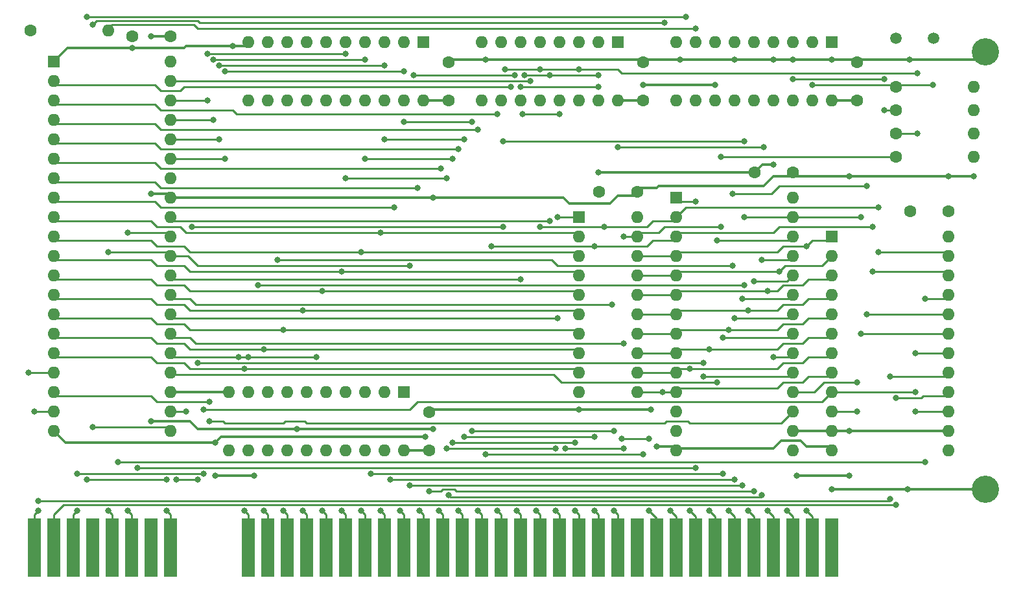
<source format=gbr>
G04 #@! TF.GenerationSoftware,KiCad,Pcbnew,(5.1.8)-1*
G04 #@! TF.CreationDate,2022-12-31T14:51:07-07:00*
G04 #@! TF.ProjectId,8088,38303838-2e6b-4696-9361-645f70636258,rev?*
G04 #@! TF.SameCoordinates,Original*
G04 #@! TF.FileFunction,Copper,L1,Top*
G04 #@! TF.FilePolarity,Positive*
%FSLAX46Y46*%
G04 Gerber Fmt 4.6, Leading zero omitted, Abs format (unit mm)*
G04 Created by KiCad (PCBNEW (5.1.8)-1) date 2022-12-31 14:51:07*
%MOMM*%
%LPD*%
G01*
G04 APERTURE LIST*
G04 #@! TA.AperFunction,ComponentPad*
%ADD10C,1.600000*%
G04 #@! TD*
G04 #@! TA.AperFunction,ComponentPad*
%ADD11C,1.500000*%
G04 #@! TD*
G04 #@! TA.AperFunction,ComponentPad*
%ADD12O,1.600000X1.600000*%
G04 #@! TD*
G04 #@! TA.AperFunction,ComponentPad*
%ADD13R,1.600000X1.600000*%
G04 #@! TD*
G04 #@! TA.AperFunction,ConnectorPad*
%ADD14R,1.780000X7.620000*%
G04 #@! TD*
G04 #@! TA.AperFunction,ComponentPad*
%ADD15C,3.556000*%
G04 #@! TD*
G04 #@! TA.AperFunction,ViaPad*
%ADD16C,0.800000*%
G04 #@! TD*
G04 #@! TA.AperFunction,Conductor*
%ADD17C,0.330200*%
G04 #@! TD*
G04 #@! TA.AperFunction,Conductor*
%ADD18C,0.250000*%
G04 #@! TD*
G04 APERTURE END LIST*
D10*
G04 #@! TO.P,C1,2*
G04 #@! TO.N,/5+*
X75176380Y-62966600D03*
G04 #@! TO.P,C1,1*
G04 #@! TO.N,/GND*
X70176380Y-62966600D03*
G04 #@! TD*
D11*
G04 #@! TO.P,Y1,2*
G04 #@! TO.N,/X1*
X174818380Y-63220600D03*
G04 #@! TO.P,Y1,1*
G04 #@! TO.N,/X2*
X169918380Y-63220600D03*
G04 #@! TD*
D12*
G04 #@! TO.P,U5,16*
G04 #@! TO.N,/5+*
X133596380Y-71348600D03*
G04 #@! TO.P,U5,8*
G04 #@! TO.N,/GND*
X115816380Y-63728600D03*
G04 #@! TO.P,U5,15*
G04 #@! TO.N,/HOLDA*
X131056380Y-71348600D03*
G04 #@! TO.P,U5,7*
G04 #@! TO.N,/IORD*
X118356380Y-63728600D03*
G04 #@! TO.P,U5,14*
G04 #@! TO.N,/PU1*
X128516380Y-71348600D03*
G04 #@! TO.P,U5,6*
G04 #@! TO.N,/RD*
X120896380Y-63728600D03*
G04 #@! TO.P,U5,13*
G04 #@! TO.N,/WR*
X125976380Y-71348600D03*
G04 #@! TO.P,U5,5*
G04 #@! TO.N,/PU1*
X123436380Y-63728600D03*
G04 #@! TO.P,U5,12*
G04 #@! TO.N,/IOWR*
X123436380Y-71348600D03*
G04 #@! TO.P,U5,4*
G04 #@! TO.N,/MRD*
X125976380Y-63728600D03*
G04 #@! TO.P,U5,11*
G04 #@! TO.N,/WR*
X120896380Y-71348600D03*
G04 #@! TO.P,U5,3*
G04 #@! TO.N,/PU1*
X128516380Y-63728600D03*
G04 #@! TO.P,U5,10*
X118356380Y-71348600D03*
G04 #@! TO.P,U5,2*
G04 #@! TO.N,/RD*
X131056380Y-63728600D03*
G04 #@! TO.P,U5,9*
G04 #@! TO.N,/MWR*
X115816380Y-71348600D03*
D13*
G04 #@! TO.P,U5,1*
G04 #@! TO.N,/IO_M*
X133596380Y-63728600D03*
G04 #@! TD*
D12*
G04 #@! TO.P,U8,24*
G04 #@! TO.N,/5+*
X176776380Y-89128600D03*
G04 #@! TO.P,U8,12*
G04 #@! TO.N,/GND*
X161536380Y-117068600D03*
G04 #@! TO.P,U8,23*
G04 #@! TO.N,/IOWR*
X176776380Y-91668600D03*
G04 #@! TO.P,U8,11*
G04 #@! TO.N,/5+*
X161536380Y-114528600D03*
G04 #@! TO.P,U8,22*
G04 #@! TO.N,/IORD*
X176776380Y-94208600D03*
G04 #@! TO.P,U8,10*
G04 #@! TO.N,/IRQ0*
X161536380Y-111988600D03*
G04 #@! TO.P,U8,21*
G04 #@! TO.N,/IO_004X*
X176776380Y-96748600D03*
G04 #@! TO.P,U8,9*
G04 #@! TO.N,/HF_PCLK*
X161536380Y-109448600D03*
G04 #@! TO.P,U8,20*
G04 #@! TO.N,/A1*
X176776380Y-99288600D03*
G04 #@! TO.P,U8,8*
G04 #@! TO.N,/D0*
X161536380Y-106908600D03*
G04 #@! TO.P,U8,19*
G04 #@! TO.N,/A0*
X176776380Y-101828600D03*
G04 #@! TO.P,U8,7*
G04 #@! TO.N,/D1*
X161536380Y-104368600D03*
G04 #@! TO.P,U8,18*
G04 #@! TO.N,/HF_PCLK*
X176776380Y-104368600D03*
G04 #@! TO.P,U8,6*
G04 #@! TO.N,/D2*
X161536380Y-101828600D03*
G04 #@! TO.P,U8,17*
G04 #@! TO.N,/SPK_OUT*
X176776380Y-106908600D03*
G04 #@! TO.P,U8,5*
G04 #@! TO.N,/D3*
X161536380Y-99288600D03*
G04 #@! TO.P,U8,16*
G04 #@! TO.N,/SPK_GO*
X176776380Y-109448600D03*
G04 #@! TO.P,U8,4*
G04 #@! TO.N,/D4*
X161536380Y-96748600D03*
G04 #@! TO.P,U8,15*
G04 #@! TO.N,/HF_PCLK*
X176776380Y-111988600D03*
G04 #@! TO.P,U8,3*
G04 #@! TO.N,/D5*
X161536380Y-94208600D03*
G04 #@! TO.P,U8,14*
G04 #@! TO.N,/5+*
X176776380Y-114528600D03*
G04 #@! TO.P,U8,2*
G04 #@! TO.N,/D6*
X161536380Y-91668600D03*
G04 #@! TO.P,U8,13*
G04 #@! TO.N,Net-(U8-Pad13)*
X176776380Y-117068600D03*
D13*
G04 #@! TO.P,U8,1*
G04 #@! TO.N,/D7*
X161536380Y-89128600D03*
G04 #@! TD*
D12*
G04 #@! TO.P,U7,28*
G04 #@! TO.N,/5+*
X156456380Y-84048600D03*
G04 #@! TO.P,U7,14*
G04 #@! TO.N,/GND*
X141216380Y-117068600D03*
G04 #@! TO.P,U7,27*
G04 #@! TO.N,/A0*
X156456380Y-86588600D03*
G04 #@! TO.P,U7,13*
G04 #@! TO.N,Net-(U7-Pad13)*
X141216380Y-114528600D03*
G04 #@! TO.P,U7,26*
G04 #@! TO.N,/INTA*
X156456380Y-89128600D03*
G04 #@! TO.P,U7,12*
G04 #@! TO.N,Net-(U7-Pad12)*
X141216380Y-111988600D03*
G04 #@! TO.P,U7,25*
G04 #@! TO.N,/IRQ7*
X156456380Y-91668600D03*
G04 #@! TO.P,U7,11*
G04 #@! TO.N,/D0*
X141216380Y-109448600D03*
G04 #@! TO.P,U7,24*
G04 #@! TO.N,/IRQ6*
X156456380Y-94208600D03*
G04 #@! TO.P,U7,10*
G04 #@! TO.N,/D1*
X141216380Y-106908600D03*
G04 #@! TO.P,U7,23*
G04 #@! TO.N,/IRQ5*
X156456380Y-96748600D03*
G04 #@! TO.P,U7,9*
G04 #@! TO.N,/D2*
X141216380Y-104368600D03*
G04 #@! TO.P,U7,22*
G04 #@! TO.N,/IRQ4*
X156456380Y-99288600D03*
G04 #@! TO.P,U7,8*
G04 #@! TO.N,/D3*
X141216380Y-101828600D03*
G04 #@! TO.P,U7,21*
G04 #@! TO.N,/IRQ3*
X156456380Y-101828600D03*
G04 #@! TO.P,U7,7*
G04 #@! TO.N,/D4*
X141216380Y-99288600D03*
G04 #@! TO.P,U7,20*
G04 #@! TO.N,/IRQ2*
X156456380Y-104368600D03*
G04 #@! TO.P,U7,6*
G04 #@! TO.N,/D5*
X141216380Y-96748600D03*
G04 #@! TO.P,U7,19*
G04 #@! TO.N,/IRQ1*
X156456380Y-106908600D03*
G04 #@! TO.P,U7,5*
G04 #@! TO.N,/D6*
X141216380Y-94208600D03*
G04 #@! TO.P,U7,18*
G04 #@! TO.N,/IRQ0*
X156456380Y-109448600D03*
G04 #@! TO.P,U7,4*
G04 #@! TO.N,/D7*
X141216380Y-91668600D03*
G04 #@! TO.P,U7,17*
G04 #@! TO.N,/INTR*
X156456380Y-111988600D03*
G04 #@! TO.P,U7,3*
G04 #@! TO.N,/IORD*
X141216380Y-89128600D03*
G04 #@! TO.P,U7,16*
G04 #@! TO.N,/5+*
X156456380Y-114528600D03*
G04 #@! TO.P,U7,2*
G04 #@! TO.N,/IOWR*
X141216380Y-86588600D03*
G04 #@! TO.P,U7,15*
G04 #@! TO.N,Net-(U7-Pad15)*
X156456380Y-117068600D03*
D13*
G04 #@! TO.P,U7,1*
G04 #@! TO.N,/IO_002X*
X141216380Y-84048600D03*
G04 #@! TD*
D12*
G04 #@! TO.P,U1,40*
G04 #@! TO.N,/5+*
X75176380Y-66268600D03*
G04 #@! TO.P,U1,20*
G04 #@! TO.N,/GND*
X59936380Y-114528600D03*
G04 #@! TO.P,U1,39*
G04 #@! TO.N,/A15*
X75176380Y-68808600D03*
G04 #@! TO.P,U1,19*
G04 #@! TO.N,/CLK_88*
X59936380Y-111988600D03*
G04 #@! TO.P,U1,38*
G04 #@! TO.N,/A16_*
X75176380Y-71348600D03*
G04 #@! TO.P,U1,18*
G04 #@! TO.N,/INTR*
X59936380Y-109448600D03*
G04 #@! TO.P,U1,37*
G04 #@! TO.N,/A17_*
X75176380Y-73888600D03*
G04 #@! TO.P,U1,17*
G04 #@! TO.N,/NMI*
X59936380Y-106908600D03*
G04 #@! TO.P,U1,36*
G04 #@! TO.N,/A18_*
X75176380Y-76428600D03*
G04 #@! TO.P,U1,16*
G04 #@! TO.N,/AD0*
X59936380Y-104368600D03*
G04 #@! TO.P,U1,35*
G04 #@! TO.N,/A19_*
X75176380Y-78968600D03*
G04 #@! TO.P,U1,15*
G04 #@! TO.N,/AD1*
X59936380Y-101828600D03*
G04 #@! TO.P,U1,34*
G04 #@! TO.N,Net-(U1-Pad34)*
X75176380Y-81508600D03*
G04 #@! TO.P,U1,14*
G04 #@! TO.N,/AD2*
X59936380Y-99288600D03*
G04 #@! TO.P,U1,33*
G04 #@! TO.N,/5+*
X75176380Y-84048600D03*
G04 #@! TO.P,U1,13*
G04 #@! TO.N,/AD3*
X59936380Y-96748600D03*
G04 #@! TO.P,U1,32*
G04 #@! TO.N,/RD*
X75176380Y-86588600D03*
G04 #@! TO.P,U1,12*
G04 #@! TO.N,/AD4*
X59936380Y-94208600D03*
G04 #@! TO.P,U1,31*
G04 #@! TO.N,/HOLD*
X75176380Y-89128600D03*
G04 #@! TO.P,U1,11*
G04 #@! TO.N,/AD5*
X59936380Y-91668600D03*
G04 #@! TO.P,U1,30*
G04 #@! TO.N,/HOLDA*
X75176380Y-91668600D03*
G04 #@! TO.P,U1,10*
G04 #@! TO.N,/AD6*
X59936380Y-89128600D03*
G04 #@! TO.P,U1,29*
G04 #@! TO.N,/WR*
X75176380Y-94208600D03*
G04 #@! TO.P,U1,9*
G04 #@! TO.N,/AD7*
X59936380Y-86588600D03*
G04 #@! TO.P,U1,28*
G04 #@! TO.N,/IO_M*
X75176380Y-96748600D03*
G04 #@! TO.P,U1,8*
G04 #@! TO.N,/A8*
X59936380Y-84048600D03*
G04 #@! TO.P,U1,27*
G04 #@! TO.N,/DTR*
X75176380Y-99288600D03*
G04 #@! TO.P,U1,7*
G04 #@! TO.N,/A9*
X59936380Y-81508600D03*
G04 #@! TO.P,U1,26*
G04 #@! TO.N,/DEN*
X75176380Y-101828600D03*
G04 #@! TO.P,U1,6*
G04 #@! TO.N,/A10*
X59936380Y-78968600D03*
G04 #@! TO.P,U1,25*
G04 #@! TO.N,/ALE*
X75176380Y-104368600D03*
G04 #@! TO.P,U1,5*
G04 #@! TO.N,/A11*
X59936380Y-76428600D03*
G04 #@! TO.P,U1,24*
G04 #@! TO.N,/INTA*
X75176380Y-106908600D03*
G04 #@! TO.P,U1,4*
G04 #@! TO.N,/A12*
X59936380Y-73888600D03*
G04 #@! TO.P,U1,23*
G04 #@! TO.N,/GND*
X75176380Y-109448600D03*
G04 #@! TO.P,U1,3*
G04 #@! TO.N,/A13*
X59936380Y-71348600D03*
G04 #@! TO.P,U1,22*
G04 #@! TO.N,/READY1*
X75176380Y-111988600D03*
G04 #@! TO.P,U1,2*
G04 #@! TO.N,/A14*
X59936380Y-68808600D03*
G04 #@! TO.P,U1,21*
G04 #@! TO.N,/RESET1*
X75176380Y-114528600D03*
D13*
G04 #@! TO.P,U1,1*
G04 #@! TO.N,/GND*
X59936380Y-66268600D03*
G04 #@! TD*
D12*
G04 #@! TO.P,U6,18*
G04 #@! TO.N,/5+*
X161536380Y-71348600D03*
G04 #@! TO.P,U6,9*
G04 #@! TO.N,/GND*
X141216380Y-63728600D03*
G04 #@! TO.P,U6,17*
G04 #@! TO.N,/X1*
X158996380Y-71348600D03*
G04 #@! TO.P,U6,8*
G04 #@! TO.N,/CLK1*
X143756380Y-63728600D03*
G04 #@! TO.P,U6,16*
G04 #@! TO.N,/X2*
X156456380Y-71348600D03*
G04 #@! TO.P,U6,7*
G04 #@! TO.N,/5+*
X146296380Y-63728600D03*
G04 #@! TO.P,U6,15*
G04 #@! TO.N,/GND*
X153916380Y-71348600D03*
G04 #@! TO.P,U6,6*
X148836380Y-63728600D03*
G04 #@! TO.P,U6,14*
G04 #@! TO.N,Net-(U6-Pad14)*
X151376380Y-71348600D03*
G04 #@! TO.P,U6,5*
G04 #@! TO.N,/READY1*
X151376380Y-63728600D03*
G04 #@! TO.P,U6,13*
G04 #@! TO.N,/GND*
X148836380Y-71348600D03*
G04 #@! TO.P,U6,4*
G04 #@! TO.N,/RDY1*
X153916380Y-63728600D03*
G04 #@! TO.P,U6,12*
G04 #@! TO.N,Net-(U6-Pad12)*
X146296380Y-71348600D03*
G04 #@! TO.P,U6,3*
G04 #@! TO.N,/GND*
X156456380Y-63728600D03*
G04 #@! TO.P,U6,11*
G04 #@! TO.N,/RESET*
X143756380Y-71348600D03*
G04 #@! TO.P,U6,2*
G04 #@! TO.N,Net-(U6-Pad2)*
X158996380Y-63728600D03*
G04 #@! TO.P,U6,10*
G04 #@! TO.N,/RESET1*
X141216380Y-71348600D03*
D13*
G04 #@! TO.P,U6,1*
G04 #@! TO.N,/GND*
X161536380Y-63728600D03*
G04 #@! TD*
D12*
G04 #@! TO.P,R4,2*
G04 #@! TO.N,/5+*
X180078380Y-75666600D03*
D10*
G04 #@! TO.P,R4,1*
G04 #@! TO.N,/PU1*
X169918380Y-75666600D03*
G04 #@! TD*
D12*
G04 #@! TO.P,R2,2*
G04 #@! TO.N,/GND*
X180078380Y-69570600D03*
D10*
G04 #@! TO.P,R2,1*
G04 #@! TO.N,/X1*
X169918380Y-69570600D03*
G04 #@! TD*
D12*
G04 #@! TO.P,R3,2*
G04 #@! TO.N,/GND*
X180078380Y-72618600D03*
D10*
G04 #@! TO.P,R3,1*
G04 #@! TO.N,/X2*
X169918380Y-72618600D03*
G04 #@! TD*
D12*
G04 #@! TO.P,R1,2*
G04 #@! TO.N,/CLK1*
X67048380Y-62204600D03*
D10*
G04 #@! TO.P,R1,1*
G04 #@! TO.N,/CLK_88*
X56888380Y-62204600D03*
G04 #@! TD*
D12*
G04 #@! TO.P,R5,2*
G04 #@! TO.N,/5+*
X180078380Y-78714600D03*
D10*
G04 #@! TO.P,R5,1*
G04 #@! TO.N,/DEN*
X169918380Y-78714600D03*
G04 #@! TD*
G04 #@! TO.P,C8,2*
G04 #@! TO.N,/5+*
X176776380Y-85826600D03*
G04 #@! TO.P,C8,1*
G04 #@! TO.N,/GND*
X171776380Y-85826600D03*
G04 #@! TD*
G04 #@! TO.P,C7,2*
G04 #@! TO.N,/5+*
X156456380Y-80746600D03*
G04 #@! TO.P,C7,1*
G04 #@! TO.N,/GND*
X151456380Y-80746600D03*
G04 #@! TD*
G04 #@! TO.P,C6,2*
G04 #@! TO.N,/5+*
X164838380Y-71348600D03*
G04 #@! TO.P,C6,1*
G04 #@! TO.N,/GND*
X164838380Y-66348600D03*
G04 #@! TD*
G04 #@! TO.P,C5,2*
G04 #@! TO.N,/5+*
X136898380Y-71348600D03*
G04 #@! TO.P,C5,1*
G04 #@! TO.N,/GND*
X136898380Y-66348600D03*
G04 #@! TD*
D14*
G04 #@! TO.P,J1,9*
G04 #@! TO.N,/SPK_OUT*
X57396380Y-129768600D03*
G04 #@! TO.P,J1,10*
G04 #@! TO.N,/SPK_GO*
X59936380Y-129768600D03*
G04 #@! TO.P,J1,11*
G04 #@! TO.N,/HF_PCLK*
X62476380Y-129768600D03*
G04 #@! TO.P,J1,12*
G04 #@! TO.N,/DRQ0*
X65016380Y-129768600D03*
G04 #@! TO.P,J1,13*
G04 #@! TO.N,/HOLDA*
X67556380Y-129768600D03*
G04 #@! TO.P,J1,14*
G04 #@! TO.N,/HOLD*
X70096380Y-129768600D03*
G04 #@! TO.P,J1,15*
G04 #@! TO.N,/READY*
X72636380Y-129768600D03*
G04 #@! TO.P,J1,16*
G04 #@! TO.N,/RESET*
X75176380Y-129768600D03*
G04 #@! TD*
D12*
G04 #@! TO.P,U4,20*
G04 #@! TO.N,/5+*
X136136380Y-86588600D03*
G04 #@! TO.P,U4,10*
G04 #@! TO.N,/GND*
X128516380Y-109448600D03*
G04 #@! TO.P,U4,19*
G04 #@! TO.N,/DEN*
X136136380Y-89128600D03*
G04 #@! TO.P,U4,9*
G04 #@! TO.N,/AD0*
X128516380Y-106908600D03*
G04 #@! TO.P,U4,18*
G04 #@! TO.N,/D7*
X136136380Y-91668600D03*
G04 #@! TO.P,U4,8*
G04 #@! TO.N,/AD1*
X128516380Y-104368600D03*
G04 #@! TO.P,U4,17*
G04 #@! TO.N,/D6*
X136136380Y-94208600D03*
G04 #@! TO.P,U4,7*
G04 #@! TO.N,/AD2*
X128516380Y-101828600D03*
G04 #@! TO.P,U4,16*
G04 #@! TO.N,/D5*
X136136380Y-96748600D03*
G04 #@! TO.P,U4,6*
G04 #@! TO.N,/AD3*
X128516380Y-99288600D03*
G04 #@! TO.P,U4,15*
G04 #@! TO.N,/D4*
X136136380Y-99288600D03*
G04 #@! TO.P,U4,5*
G04 #@! TO.N,/AD4*
X128516380Y-96748600D03*
G04 #@! TO.P,U4,14*
G04 #@! TO.N,/D3*
X136136380Y-101828600D03*
G04 #@! TO.P,U4,4*
G04 #@! TO.N,/AD5*
X128516380Y-94208600D03*
G04 #@! TO.P,U4,13*
G04 #@! TO.N,/D2*
X136136380Y-104368600D03*
G04 #@! TO.P,U4,3*
G04 #@! TO.N,/AD6*
X128516380Y-91668600D03*
G04 #@! TO.P,U4,12*
G04 #@! TO.N,/D1*
X136136380Y-106908600D03*
G04 #@! TO.P,U4,2*
G04 #@! TO.N,/AD7*
X128516380Y-89128600D03*
G04 #@! TO.P,U4,11*
G04 #@! TO.N,/D0*
X136136380Y-109448600D03*
D13*
G04 #@! TO.P,U4,1*
G04 #@! TO.N,/DTR*
X128516380Y-86588600D03*
G04 #@! TD*
D12*
G04 #@! TO.P,U2,20*
G04 #@! TO.N,/5+*
X108196380Y-71348600D03*
G04 #@! TO.P,U2,10*
G04 #@! TO.N,/GND*
X85336380Y-63728600D03*
G04 #@! TO.P,U2,19*
G04 #@! TO.N,/A19*
X105656380Y-71348600D03*
G04 #@! TO.P,U2,9*
G04 #@! TO.N,Net-(U2-Pad9)*
X87876380Y-63728600D03*
G04 #@! TO.P,U2,18*
G04 #@! TO.N,/A18*
X103116380Y-71348600D03*
G04 #@! TO.P,U2,8*
G04 #@! TO.N,Net-(U2-Pad8)*
X90416380Y-63728600D03*
G04 #@! TO.P,U2,17*
G04 #@! TO.N,/A17*
X100576380Y-71348600D03*
G04 #@! TO.P,U2,7*
G04 #@! TO.N,Net-(U2-Pad7)*
X92956380Y-63728600D03*
G04 #@! TO.P,U2,16*
G04 #@! TO.N,/A16*
X98036380Y-71348600D03*
G04 #@! TO.P,U2,6*
G04 #@! TO.N,Net-(U2-Pad6)*
X95496380Y-63728600D03*
G04 #@! TO.P,U2,15*
G04 #@! TO.N,Net-(U2-Pad15)*
X95496380Y-71348600D03*
G04 #@! TO.P,U2,5*
G04 #@! TO.N,/A16_*
X98036380Y-63728600D03*
G04 #@! TO.P,U2,14*
G04 #@! TO.N,Net-(U2-Pad14)*
X92956380Y-71348600D03*
G04 #@! TO.P,U2,4*
G04 #@! TO.N,/A17_*
X100576380Y-63728600D03*
G04 #@! TO.P,U2,13*
G04 #@! TO.N,Net-(U2-Pad13)*
X90416380Y-71348600D03*
G04 #@! TO.P,U2,3*
G04 #@! TO.N,/A18_*
X103116380Y-63728600D03*
G04 #@! TO.P,U2,12*
G04 #@! TO.N,Net-(U2-Pad12)*
X87876380Y-71348600D03*
G04 #@! TO.P,U2,2*
G04 #@! TO.N,/A19_*
X105656380Y-63728600D03*
G04 #@! TO.P,U2,11*
G04 #@! TO.N,/ALE*
X85336380Y-71348600D03*
D13*
G04 #@! TO.P,U2,1*
G04 #@! TO.N,/HOLDA*
X108196380Y-63728600D03*
G04 #@! TD*
D12*
G04 #@! TO.P,U3,20*
G04 #@! TO.N,/5+*
X105656380Y-117068600D03*
G04 #@! TO.P,U3,10*
G04 #@! TO.N,/GND*
X82796380Y-109448600D03*
G04 #@! TO.P,U3,19*
G04 #@! TO.N,/A7*
X103116380Y-117068600D03*
G04 #@! TO.P,U3,9*
G04 #@! TO.N,/AD0*
X85336380Y-109448600D03*
G04 #@! TO.P,U3,18*
G04 #@! TO.N,/A6*
X100576380Y-117068600D03*
G04 #@! TO.P,U3,8*
G04 #@! TO.N,/AD1*
X87876380Y-109448600D03*
G04 #@! TO.P,U3,17*
G04 #@! TO.N,/A5*
X98036380Y-117068600D03*
G04 #@! TO.P,U3,7*
G04 #@! TO.N,/AD2*
X90416380Y-109448600D03*
G04 #@! TO.P,U3,16*
G04 #@! TO.N,/A4*
X95496380Y-117068600D03*
G04 #@! TO.P,U3,6*
G04 #@! TO.N,/AD3*
X92956380Y-109448600D03*
G04 #@! TO.P,U3,15*
G04 #@! TO.N,/A3*
X92956380Y-117068600D03*
G04 #@! TO.P,U3,5*
G04 #@! TO.N,/AD4*
X95496380Y-109448600D03*
G04 #@! TO.P,U3,14*
G04 #@! TO.N,/A2*
X90416380Y-117068600D03*
G04 #@! TO.P,U3,4*
G04 #@! TO.N,/AD5*
X98036380Y-109448600D03*
G04 #@! TO.P,U3,13*
G04 #@! TO.N,/A1*
X87876380Y-117068600D03*
G04 #@! TO.P,U3,3*
G04 #@! TO.N,/AD6*
X100576380Y-109448600D03*
G04 #@! TO.P,U3,12*
G04 #@! TO.N,/A0*
X85336380Y-117068600D03*
G04 #@! TO.P,U3,2*
G04 #@! TO.N,/AD7*
X103116380Y-109448600D03*
G04 #@! TO.P,U3,11*
G04 #@! TO.N,/ALE*
X82796380Y-117068600D03*
D13*
G04 #@! TO.P,U3,1*
G04 #@! TO.N,/HOLDA*
X105656380Y-109448600D03*
G04 #@! TD*
D10*
G04 #@! TO.P,C4,2*
G04 #@! TO.N,/5+*
X136136380Y-83286600D03*
G04 #@! TO.P,C4,1*
G04 #@! TO.N,/GND*
X131136380Y-83286600D03*
G04 #@! TD*
G04 #@! TO.P,C3,2*
G04 #@! TO.N,/5+*
X108958380Y-117068600D03*
G04 #@! TO.P,C3,1*
G04 #@! TO.N,/GND*
X108958380Y-112068600D03*
G04 #@! TD*
G04 #@! TO.P,C2,2*
G04 #@! TO.N,/5+*
X111498380Y-71348600D03*
G04 #@! TO.P,C2,1*
G04 #@! TO.N,/GND*
X111498380Y-66348600D03*
G04 #@! TD*
D14*
G04 #@! TO.P,J9,62*
G04 #@! TO.N,/A0*
X85336380Y-129768600D03*
G04 #@! TO.P,J9,61*
G04 #@! TO.N,/A1*
X87876380Y-129768600D03*
G04 #@! TO.P,J9,60*
G04 #@! TO.N,/A2*
X90416380Y-129768600D03*
G04 #@! TO.P,J9,59*
G04 #@! TO.N,/A3*
X92956380Y-129768600D03*
G04 #@! TO.P,J9,58*
G04 #@! TO.N,/A4*
X95496380Y-129768600D03*
G04 #@! TO.P,J9,57*
G04 #@! TO.N,/A5*
X98036380Y-129768600D03*
G04 #@! TO.P,J9,56*
G04 #@! TO.N,/A6*
X100576380Y-129768600D03*
G04 #@! TO.P,J9,55*
G04 #@! TO.N,/A7*
X103116380Y-129768600D03*
G04 #@! TO.P,J9,54*
G04 #@! TO.N,/A8*
X105656380Y-129768600D03*
G04 #@! TO.P,J9,53*
G04 #@! TO.N,/A9*
X108196380Y-129768600D03*
G04 #@! TO.P,J9,52*
G04 #@! TO.N,/A10*
X110736380Y-129768600D03*
G04 #@! TO.P,J9,51*
G04 #@! TO.N,/A11*
X113276380Y-129768600D03*
G04 #@! TO.P,J9,50*
G04 #@! TO.N,/A12*
X115816380Y-129768600D03*
G04 #@! TO.P,J9,49*
G04 #@! TO.N,/A13*
X118356380Y-129768600D03*
G04 #@! TO.P,J9,48*
G04 #@! TO.N,/A14*
X120896380Y-129768600D03*
G04 #@! TO.P,J9,47*
G04 #@! TO.N,/A15*
X123436380Y-129768600D03*
G04 #@! TO.P,J9,46*
G04 #@! TO.N,/A16*
X125976380Y-129768600D03*
G04 #@! TO.P,J9,45*
G04 #@! TO.N,/A17*
X128516380Y-129768600D03*
G04 #@! TO.P,J9,44*
G04 #@! TO.N,/A18*
X131056380Y-129768600D03*
G04 #@! TO.P,J9,43*
G04 #@! TO.N,/A19*
X133596380Y-129768600D03*
G04 #@! TO.P,J9,42*
G04 #@! TO.N,/AEN*
X136136380Y-129768600D03*
G04 #@! TO.P,J9,41*
G04 #@! TO.N,/RDY1*
X138676380Y-129768600D03*
G04 #@! TO.P,J9,40*
G04 #@! TO.N,/D0*
X141216380Y-129768600D03*
G04 #@! TO.P,J9,39*
G04 #@! TO.N,/D1*
X143756380Y-129768600D03*
G04 #@! TO.P,J9,38*
G04 #@! TO.N,/D2*
X146296380Y-129768600D03*
G04 #@! TO.P,J9,37*
G04 #@! TO.N,/D3*
X148836380Y-129768600D03*
G04 #@! TO.P,J9,36*
G04 #@! TO.N,/D4*
X151376380Y-129768600D03*
G04 #@! TO.P,J9,35*
G04 #@! TO.N,/D5*
X153916380Y-129768600D03*
G04 #@! TO.P,J9,34*
G04 #@! TO.N,/D6*
X156456380Y-129768600D03*
G04 #@! TO.P,J9,33*
G04 #@! TO.N,/D7*
X158996380Y-129768600D03*
G04 #@! TO.P,J9,32*
G04 #@! TO.N,/CH_CK*
X161536380Y-129768600D03*
G04 #@! TD*
D15*
G04 #@! TO.P,R,1*
G04 #@! TO.N,/GND*
X181602380Y-122148600D03*
G04 #@! TD*
G04 #@! TO.P,R,1*
G04 #@! TO.N,/GND*
X181602380Y-64998600D03*
G04 #@! TD*
D16*
G04 #@! TO.N,/5+*
X156964380Y-120370600D03*
X163822380Y-120370600D03*
X163822380Y-114528600D03*
X72636380Y-83540600D03*
X72636380Y-62966600D03*
X176776380Y-81254600D03*
X109466380Y-84048600D03*
X72636380Y-113258600D03*
X109466380Y-114274596D03*
X163822380Y-81254600D03*
X146296380Y-69316600D03*
X136898380Y-69316600D03*
X180078380Y-81254600D03*
X91686384Y-114274596D03*
G04 #@! TO.N,/GND*
X161536380Y-122148600D03*
X108450380Y-115290600D03*
X83304380Y-64236600D03*
X70176380Y-64490600D03*
X161536380Y-66014600D03*
X156456380Y-66014600D03*
X153916380Y-66014600D03*
X148836380Y-66014600D03*
X141724380Y-66014600D03*
X116324380Y-66014600D03*
X128516380Y-111734600D03*
X137914380Y-111734600D03*
X171696380Y-66014600D03*
X171442380Y-122148600D03*
X153916380Y-79730600D03*
X131056380Y-80746600D03*
X138676380Y-116560600D03*
X81018380Y-116052600D03*
X86098380Y-120370600D03*
X81018380Y-120370600D03*
G04 #@! TO.N,/IRQ2*
X153916380Y-104876600D03*
G04 #@! TO.N,/IRQ7*
X152392380Y-92176600D03*
X111498380Y-122910600D03*
X152392380Y-122910600D03*
G04 #@! TO.N,/IRQ6*
X108958380Y-122402600D03*
X151376380Y-94970600D03*
X151376380Y-122402600D03*
G04 #@! TO.N,/IRQ5*
X106418380Y-121640600D03*
X149852380Y-121640600D03*
X149852380Y-97256600D03*
G04 #@! TO.N,/IRQ4*
X103878380Y-120878600D03*
X148836380Y-120878600D03*
X148836380Y-99796600D03*
G04 #@! TO.N,/IRQ3*
X101338380Y-120116600D03*
X147312380Y-120116600D03*
X147312380Y-102336600D03*
G04 #@! TO.N,/ALE*
X84066380Y-104876600D03*
X85336380Y-104876600D03*
X94226380Y-104876600D03*
G04 #@! TO.N,/D7*
X158234380Y-124942600D03*
X158234380Y-90398600D03*
G04 #@! TO.N,/D6*
X155694380Y-124942600D03*
X154678380Y-93700600D03*
G04 #@! TO.N,/D5*
X153154380Y-124942600D03*
X153154380Y-96240600D03*
G04 #@! TO.N,/D4*
X150614380Y-124942600D03*
X150614380Y-98780600D03*
G04 #@! TO.N,/D3*
X148074380Y-124942600D03*
X148074380Y-101320600D03*
G04 #@! TO.N,/D2*
X145534380Y-124942600D03*
X145534380Y-103860600D03*
G04 #@! TO.N,/D1*
X142994380Y-124942600D03*
X142994380Y-106400600D03*
G04 #@! TO.N,/D0*
X140454380Y-124942600D03*
X139438380Y-109448600D03*
G04 #@! TO.N,/RDY1*
X152646380Y-77444600D03*
X133596380Y-77444600D03*
X134104380Y-115544600D03*
X137660380Y-115544600D03*
X137660380Y-124942600D03*
G04 #@! TO.N,/A19*
X133088380Y-124942600D03*
X133088380Y-114528600D03*
X114546380Y-114528600D03*
X114546380Y-74142600D03*
X105656380Y-74142600D03*
G04 #@! TO.N,/A18*
X130548380Y-124942600D03*
X130548380Y-115290600D03*
X103116380Y-76428600D03*
X113530380Y-76428600D03*
X113530380Y-115290600D03*
G04 #@! TO.N,/A17*
X128008380Y-124942600D03*
X128008380Y-116052600D03*
X100576380Y-78968600D03*
X112006380Y-78968600D03*
X112006380Y-116052600D03*
G04 #@! TO.N,/A16*
X125468380Y-124942600D03*
X125468380Y-116814600D03*
X111244380Y-116814600D03*
X98036388Y-81508600D03*
X111244380Y-81508600D03*
G04 #@! TO.N,/A15*
X122928380Y-124942600D03*
X122166380Y-68808600D03*
G04 #@! TO.N,/A14*
X120388380Y-124942600D03*
X119626380Y-69570600D03*
G04 #@! TO.N,/A13*
X117848380Y-124942600D03*
X117848380Y-73126600D03*
G04 #@! TO.N,/A12*
X115308380Y-124942600D03*
X115308380Y-75158600D03*
G04 #@! TO.N,/A11*
X112768380Y-124942600D03*
X112768380Y-77698600D03*
G04 #@! TO.N,/A10*
X110228380Y-124942600D03*
X110482380Y-80238600D03*
G04 #@! TO.N,/A9*
X107688380Y-124942600D03*
X107434380Y-82778600D03*
G04 #@! TO.N,/A8*
X105148380Y-124942600D03*
X104386380Y-85318600D03*
G04 #@! TO.N,/A7*
X102608380Y-124942600D03*
G04 #@! TO.N,/A6*
X100068380Y-124942600D03*
G04 #@! TO.N,/A5*
X97528380Y-124942600D03*
G04 #@! TO.N,/A4*
X94988380Y-124942600D03*
G04 #@! TO.N,/A3*
X92448380Y-124942600D03*
G04 #@! TO.N,/A2*
X89908380Y-124942600D03*
G04 #@! TO.N,/A1*
X87368380Y-124942600D03*
X89146380Y-92176600D03*
X148582380Y-92938600D03*
X148582380Y-83540600D03*
X166108380Y-82524600D03*
X166108380Y-99288600D03*
G04 #@! TO.N,/A0*
X84828380Y-124942600D03*
X86606380Y-95478600D03*
X150106380Y-86588600D03*
X150106380Y-95478600D03*
X165346380Y-86588600D03*
X165346380Y-101828600D03*
G04 #@! TO.N,/MWR*
X136898380Y-117576602D03*
X116324380Y-117576600D03*
G04 #@! TO.N,/MRD*
X126738380Y-116814600D03*
X134358382Y-116814600D03*
G04 #@! TO.N,/IOWR*
X123436380Y-87858600D03*
X131818380Y-87858600D03*
X167632380Y-85318590D03*
X167595381Y-91123601D03*
G04 #@! TO.N,/IORD*
X117086380Y-90398600D03*
X130548380Y-90398600D03*
X166870380Y-87858600D03*
X166870380Y-93700600D03*
G04 #@! TO.N,/AD0*
X84828380Y-106400600D03*
G04 #@! TO.N,/AD2*
X89908380Y-101320600D03*
G04 #@! TO.N,/AD4*
X94988380Y-96240600D03*
G04 #@! TO.N,/AD6*
X100068380Y-91160600D03*
G04 #@! TO.N,/AD1*
X87368380Y-103860600D03*
G04 #@! TO.N,/AD3*
X92448380Y-98780600D03*
G04 #@! TO.N,/AD5*
X97528380Y-93700600D03*
G04 #@! TO.N,/AD7*
X102608380Y-88620600D03*
G04 #@! TO.N,/A16_*
X98036380Y-65252600D03*
X80002380Y-65252600D03*
X80002380Y-71348600D03*
G04 #@! TO.N,/A18_*
X103116380Y-66776600D03*
X81526380Y-66776600D03*
X81526380Y-76428600D03*
G04 #@! TO.N,/A17_*
X100576380Y-66014600D03*
X80764380Y-66014600D03*
X80764380Y-73888600D03*
G04 #@! TO.N,/A19_*
X105656380Y-67538600D03*
X82288380Y-67538600D03*
X82288380Y-78968600D03*
G04 #@! TO.N,/SPK_OUT*
X57904380Y-124942600D03*
X57904368Y-123672600D03*
X169156380Y-123418600D03*
X169156380Y-107416600D03*
G04 #@! TO.N,/SPK_GO*
X169918380Y-124180600D03*
X169918380Y-110210600D03*
G04 #@! TO.N,/HF_PCLK*
X172458380Y-109448600D03*
X172458380Y-104368600D03*
X172458380Y-111988600D03*
X62984380Y-124942600D03*
X79494380Y-111734600D03*
X79494372Y-120116600D03*
X62984380Y-120116600D03*
G04 #@! TO.N,/HOLDA*
X67048380Y-124942600D03*
X67048380Y-91160600D03*
X106418380Y-92938600D03*
X106926380Y-68046600D03*
X120896380Y-69570600D03*
X120134380Y-68046600D03*
X131056380Y-69570600D03*
G04 #@! TO.N,/HOLD*
X69588380Y-124942600D03*
X69588380Y-88620600D03*
G04 #@! TO.N,/RESET*
X74668380Y-124942600D03*
X142486380Y-60426600D03*
X64254380Y-60426600D03*
X64254380Y-120878600D03*
X74668380Y-120878600D03*
G04 #@! TO.N,/NMI*
X56634380Y-106908600D03*
G04 #@! TO.N,/IO_004X*
X68318380Y-118592600D03*
X173728380Y-118592600D03*
X173728380Y-97256600D03*
G04 #@! TO.N,/IO_002X*
X143756380Y-119354600D03*
X143756380Y-84556600D03*
X70858380Y-119354600D03*
G04 #@! TO.N,/IRQ1*
X75938380Y-120878600D03*
X78732380Y-120878600D03*
X144772380Y-107416600D03*
X144772380Y-105638600D03*
X78732380Y-105638600D03*
G04 #@! TO.N,/DEN*
X134358380Y-103098600D03*
X134358380Y-89128600D03*
X147058380Y-87858600D03*
X147058380Y-78714600D03*
G04 #@! TO.N,/X1*
X158996380Y-69316600D03*
X174744380Y-69316600D03*
G04 #@! TO.N,/DTR*
X125722380Y-86588600D03*
X125722380Y-99796600D03*
G04 #@! TO.N,/X2*
X156456380Y-68554600D03*
X168394380Y-68554600D03*
X168394380Y-72618600D03*
G04 #@! TO.N,/CLK1*
X143756380Y-61950600D03*
G04 #@! TO.N,/CLK_88*
X57396380Y-111988600D03*
G04 #@! TO.N,/PU1*
X123436380Y-67284600D03*
X128516380Y-67284600D03*
X118864380Y-67284600D03*
X172712380Y-67792600D03*
X172712380Y-75666600D03*
G04 #@! TO.N,/READY1*
X150106380Y-76682600D03*
X118610380Y-76682600D03*
X118610380Y-87858600D03*
X77208380Y-111988600D03*
X77970380Y-87858600D03*
G04 #@! TO.N,/RESET1*
X139692380Y-61188600D03*
X65016380Y-61442600D03*
X65016380Y-114020600D03*
G04 #@! TO.N,/INTR*
X80256380Y-110718600D03*
X80256380Y-113258600D03*
G04 #@! TO.N,/RD*
X131056380Y-68046600D03*
X124706380Y-68046600D03*
X124706380Y-87096600D03*
X121404380Y-68046600D03*
G04 #@! TO.N,/WR*
X120896380Y-94716600D03*
X125976380Y-73126600D03*
X121150380Y-73126600D03*
G04 #@! TO.N,/IO_M*
X132834380Y-98018600D03*
G04 #@! TO.N,/INTA*
X146550380Y-108178600D03*
X146550380Y-89636600D03*
G04 #@! TO.N,/IRQ0*
X164838380Y-111988600D03*
X164838374Y-108178600D03*
G04 #@! TD*
D17*
G04 #@! TO.N,/5+*
X156964380Y-120370600D02*
X163822380Y-120370600D01*
X163822380Y-120370600D02*
X163822380Y-120370600D01*
X156456380Y-114528600D02*
X161536380Y-114528600D01*
X161536380Y-114528600D02*
X163822380Y-114528600D01*
X163822380Y-114528600D02*
X176776380Y-114528600D01*
X75176380Y-84048600D02*
X74668380Y-83540600D01*
X74668380Y-83540600D02*
X72636380Y-83540600D01*
X72636380Y-83540600D02*
X72636380Y-83540600D01*
X72636380Y-62966600D02*
X75176380Y-62966600D01*
X75176380Y-84048600D02*
X109466380Y-84048600D01*
X126484380Y-84048600D02*
X127246380Y-84810600D01*
X127246380Y-84810600D02*
X132580380Y-84810600D01*
X132580380Y-84810600D02*
X133596380Y-83794600D01*
X135628380Y-83794600D02*
X136136380Y-83286600D01*
X133596380Y-83794600D02*
X135628380Y-83794600D01*
X156456380Y-80746600D02*
X156964380Y-81254600D01*
X156964380Y-81254600D02*
X157726380Y-81254600D01*
X157726380Y-81254600D02*
X176776380Y-81254600D01*
X164838380Y-71348600D02*
X161536380Y-71348600D01*
X155948380Y-81254600D02*
X156456380Y-80746600D01*
X153916380Y-81254600D02*
X155948380Y-81254600D01*
X152646380Y-82524600D02*
X153916380Y-81254600D01*
X138930380Y-82524600D02*
X152646380Y-82524600D01*
X138676380Y-82778600D02*
X138930380Y-82524600D01*
X136644380Y-82778600D02*
X136136380Y-83286600D01*
X138676380Y-82778600D02*
X136644380Y-82778600D01*
X136898380Y-71348600D02*
X133596380Y-71348600D01*
X109466380Y-84048600D02*
X126484380Y-84048600D01*
X111498380Y-71348600D02*
X108196380Y-71348600D01*
X108958380Y-117068600D02*
X105656380Y-117068600D01*
X109466380Y-114274596D02*
X91686384Y-114274596D01*
X146296380Y-69316600D02*
X136898380Y-69316600D01*
X136898380Y-69316600D02*
X136898380Y-69316600D01*
X176776380Y-81254600D02*
X180078380Y-81254600D01*
X72636380Y-113258600D02*
X77716380Y-113258600D01*
X77716380Y-113258600D02*
X78732380Y-114274600D01*
X78732380Y-114274600D02*
X91686380Y-114274600D01*
X91686384Y-114274596D02*
X91686384Y-114274596D01*
G04 #@! TO.N,/GND*
X181602380Y-122148600D02*
X161536380Y-122148600D01*
X75176380Y-109448600D02*
X82796380Y-109448600D01*
X81780380Y-115290600D02*
X82288380Y-115290600D01*
X81018380Y-116052600D02*
X81780380Y-115290600D01*
X61460380Y-116052600D02*
X81018380Y-116052600D01*
X59936380Y-114528600D02*
X61460380Y-116052600D01*
X82288380Y-115290600D02*
X108450380Y-115290600D01*
X84828380Y-64236600D02*
X85336380Y-63728600D01*
X83304380Y-64236600D02*
X84828380Y-64236600D01*
X76954380Y-64490600D02*
X70176380Y-64490600D01*
X77208380Y-64236600D02*
X76954380Y-64490600D01*
X83304380Y-64236600D02*
X77208380Y-64236600D01*
X70176380Y-64490600D02*
X70176380Y-64490600D01*
X61714380Y-64490600D02*
X59936380Y-66268600D01*
X70176380Y-64490600D02*
X61714380Y-64490600D01*
X111498380Y-66348600D02*
X111498380Y-66268600D01*
X111498380Y-66268600D02*
X111752380Y-66014600D01*
X136564380Y-66014600D02*
X136898380Y-66348600D01*
X111752380Y-66014600D02*
X116324380Y-66014600D01*
X136898380Y-66348600D02*
X136898380Y-66268600D01*
X136898380Y-66268600D02*
X137152380Y-66014600D01*
X164504380Y-66014600D02*
X164838380Y-66348600D01*
X137152380Y-66014600D02*
X141724380Y-66014600D01*
X161536380Y-66014600D02*
X164504380Y-66014600D01*
X156456380Y-66014600D02*
X161536380Y-66014600D01*
X153916380Y-66014600D02*
X156456380Y-66014600D01*
X148836380Y-66014600D02*
X153916380Y-66014600D01*
X141724380Y-66014600D02*
X148836380Y-66014600D01*
X116324380Y-66014600D02*
X136564380Y-66014600D01*
X108958380Y-112068600D02*
X109292380Y-111734600D01*
X109292380Y-111734600D02*
X128516380Y-111734600D01*
X128516380Y-111734600D02*
X137914380Y-111734600D01*
X128516380Y-111734600D02*
X128516380Y-111734600D01*
X137914380Y-111734600D02*
X137914380Y-111734600D01*
X141470380Y-116814600D02*
X141216380Y-117068600D01*
X154932380Y-115798600D02*
X153916380Y-116814600D01*
X153916380Y-116814600D02*
X141470380Y-116814600D01*
X158234380Y-116560600D02*
X157472380Y-115798600D01*
X157472380Y-115798600D02*
X154932380Y-115798600D01*
X161028380Y-116560600D02*
X158234380Y-116560600D01*
X161536380Y-117068600D02*
X161028380Y-116560600D01*
X180586380Y-66014600D02*
X181602380Y-64998600D01*
X165172380Y-66014600D02*
X171696380Y-66014600D01*
X164838380Y-66348600D02*
X165172380Y-66014600D01*
X171696380Y-66014600D02*
X180586380Y-66014600D01*
X152472380Y-79730600D02*
X151456380Y-80746600D01*
X153916380Y-79730600D02*
X152472380Y-79730600D01*
X151456380Y-80746600D02*
X131056380Y-80746600D01*
X131056380Y-80746600D02*
X131056380Y-80746600D01*
X140708380Y-116560600D02*
X138676380Y-116560600D01*
X141216380Y-117068600D02*
X140708380Y-116560600D01*
X86098380Y-120370600D02*
X81018380Y-120370600D01*
X81018380Y-120370600D02*
X81018380Y-120370600D01*
D18*
G04 #@! TO.N,/IRQ2*
X155948380Y-104876600D02*
X156456380Y-104368600D01*
X153916380Y-104876600D02*
X155948380Y-104876600D01*
G04 #@! TO.N,/IRQ7*
X155948380Y-92176600D02*
X152392380Y-92176600D01*
X156456380Y-91668600D02*
X155948380Y-92176600D01*
X146042380Y-123164600D02*
X111752380Y-123164600D01*
X111752380Y-123164600D02*
X111498380Y-122910600D01*
X142740380Y-123164600D02*
X152138380Y-123164600D01*
X152138380Y-123164600D02*
X152392380Y-122910600D01*
G04 #@! TO.N,/IRQ6*
X156456380Y-94208600D02*
X155948380Y-94716600D01*
X155948380Y-94716600D02*
X155694380Y-94970600D01*
X155694380Y-94970600D02*
X151376380Y-94970600D01*
X151376380Y-122402600D02*
X145026380Y-122402600D01*
X145026380Y-122402600D02*
X145788380Y-122402600D01*
X112514380Y-122402600D02*
X145026380Y-122402600D01*
X112260380Y-122148600D02*
X112514380Y-122402600D01*
X110736380Y-122148600D02*
X112260380Y-122148600D01*
X110482380Y-122402600D02*
X110736380Y-122148600D01*
X108958380Y-122402600D02*
X110482380Y-122402600D01*
G04 #@! TO.N,/IRQ5*
X106418380Y-121640600D02*
X145026380Y-121640600D01*
X145026380Y-121640600D02*
X149852380Y-121640600D01*
X149852380Y-121640600D02*
X149852380Y-121640600D01*
X155948380Y-97256600D02*
X149852380Y-97256600D01*
X156456380Y-96748600D02*
X155948380Y-97256600D01*
G04 #@! TO.N,/IRQ4*
X103878380Y-120878600D02*
X146804380Y-120878600D01*
X146804380Y-120878600D02*
X148836380Y-120878600D01*
X148836380Y-120878600D02*
X148836380Y-120878600D01*
X155948380Y-99796600D02*
X156456380Y-99288600D01*
X148836380Y-99796600D02*
X155948380Y-99796600D01*
G04 #@! TO.N,/IRQ3*
X101338380Y-120116600D02*
X143502380Y-120116600D01*
X143502380Y-120116600D02*
X147312380Y-120116600D01*
X147312380Y-120116600D02*
X147312380Y-120116600D01*
X155948380Y-102336600D02*
X156456380Y-101828600D01*
X147312380Y-102336600D02*
X155948380Y-102336600D01*
G04 #@! TO.N,/ALE*
X75684380Y-104876600D02*
X84066380Y-104876600D01*
X75176380Y-104368600D02*
X75684380Y-104876600D01*
X94226380Y-104876600D02*
X85336380Y-104876600D01*
X84066380Y-104876600D02*
X85336380Y-104876600D01*
G04 #@! TO.N,/D7*
X158234380Y-124942600D02*
X158234380Y-124942600D01*
X158996380Y-125704600D02*
X158234380Y-124942600D01*
X158996380Y-129768600D02*
X158996380Y-125704600D01*
X141216380Y-91668600D02*
X136136380Y-91668600D01*
X141724380Y-91160600D02*
X141216380Y-91668600D01*
X154424380Y-91160600D02*
X141724380Y-91160600D01*
X155186380Y-90398600D02*
X154424380Y-91160600D01*
X158234380Y-90398600D02*
X155186380Y-90398600D01*
X158996380Y-89636600D02*
X158234380Y-90398600D01*
X161028380Y-89636600D02*
X158996380Y-89636600D01*
X161536380Y-89128600D02*
X161028380Y-89636600D01*
G04 #@! TO.N,/D6*
X156456380Y-125704600D02*
X155694380Y-124942600D01*
X156456380Y-129768600D02*
X156456380Y-125704600D01*
X155694380Y-124942600D02*
X155694380Y-124942600D01*
X136136380Y-94208600D02*
X141216380Y-94208600D01*
X155440380Y-92938600D02*
X154678380Y-93700600D01*
X160266380Y-92938600D02*
X155440380Y-92938600D01*
X161536380Y-91668600D02*
X160266380Y-92938600D01*
X141724380Y-93700600D02*
X154678380Y-93700600D01*
X141216380Y-94208600D02*
X141724380Y-93700600D01*
G04 #@! TO.N,/D5*
X153154380Y-124942600D02*
X153154380Y-124942600D01*
X153916380Y-129768600D02*
X153916380Y-125704600D01*
X153916380Y-125704600D02*
X153154380Y-124942600D01*
X141216380Y-96748600D02*
X136136380Y-96748600D01*
X161028380Y-94716600D02*
X158488380Y-94716600D01*
X155186380Y-95478600D02*
X154424380Y-96240600D01*
X157726380Y-95478600D02*
X155186380Y-95478600D01*
X161536380Y-94208600D02*
X161028380Y-94716600D01*
X141724380Y-96240600D02*
X141216380Y-96748600D01*
X158488380Y-94716600D02*
X157726380Y-95478600D01*
X154424380Y-96240600D02*
X141724380Y-96240600D01*
G04 #@! TO.N,/D4*
X151376380Y-129768600D02*
X151376380Y-125704600D01*
X150614380Y-124942600D02*
X150614380Y-124942600D01*
X151376380Y-125704600D02*
X150614380Y-124942600D01*
X136136380Y-99288600D02*
X141216380Y-99288600D01*
X158488380Y-97256600D02*
X157726380Y-98018600D01*
X157726380Y-98018600D02*
X155186380Y-98018600D01*
X161536380Y-96748600D02*
X161028380Y-97256600D01*
X161028380Y-97256600D02*
X158488380Y-97256600D01*
X154424380Y-98780600D02*
X141724380Y-98780600D01*
X155186380Y-98018600D02*
X154424380Y-98780600D01*
X141724380Y-98780600D02*
X141216380Y-99288600D01*
G04 #@! TO.N,/D3*
X148836380Y-125704600D02*
X148074380Y-124942600D01*
X148836380Y-129768600D02*
X148836380Y-125704600D01*
X148074380Y-124942600D02*
X148074380Y-124942600D01*
X141216380Y-101828600D02*
X136136380Y-101828600D01*
X154424380Y-101320600D02*
X141724380Y-101320600D01*
X161536380Y-99288600D02*
X161028380Y-99796600D01*
X155186380Y-100558600D02*
X154424380Y-101320600D01*
X141724380Y-101320600D02*
X141216380Y-101828600D01*
X157726380Y-100558600D02*
X155186380Y-100558600D01*
X158488380Y-99796600D02*
X157726380Y-100558600D01*
X161028380Y-99796600D02*
X158488380Y-99796600D01*
G04 #@! TO.N,/D2*
X146296380Y-129768600D02*
X146296380Y-125704600D01*
X145534380Y-124942600D02*
X145534380Y-124942600D01*
X146296380Y-125704600D02*
X145534380Y-124942600D01*
X136136380Y-104368600D02*
X141216380Y-104368600D01*
X157726380Y-103098600D02*
X155186380Y-103098600D01*
X161536380Y-101828600D02*
X161028380Y-102336600D01*
X158488380Y-102336600D02*
X157726380Y-103098600D01*
X155186380Y-103098600D02*
X154424380Y-103860600D01*
X154424380Y-103860600D02*
X145534380Y-103860600D01*
X161028380Y-102336600D02*
X158488380Y-102336600D01*
X141724380Y-103860600D02*
X141216380Y-104368600D01*
X145534380Y-103860600D02*
X141724380Y-103860600D01*
G04 #@! TO.N,/D1*
X143756380Y-129768600D02*
X143756380Y-125704600D01*
X143756380Y-125704600D02*
X142994380Y-124942600D01*
X142994380Y-124942600D02*
X142994380Y-124942600D01*
X141216380Y-106908600D02*
X136136380Y-106908600D01*
X157726380Y-105638600D02*
X155186380Y-105638600D01*
X155186380Y-105638600D02*
X154424380Y-106400600D01*
X161028380Y-104876600D02*
X158488380Y-104876600D01*
X154424380Y-106400600D02*
X142994380Y-106400600D01*
X161536380Y-104368600D02*
X161028380Y-104876600D01*
X141724380Y-106400600D02*
X141216380Y-106908600D01*
X158488380Y-104876600D02*
X157726380Y-105638600D01*
X142994380Y-106400600D02*
X141724380Y-106400600D01*
G04 #@! TO.N,/D0*
X141724380Y-108940600D02*
X141216380Y-109448600D01*
X155186380Y-108178600D02*
X154424380Y-108940600D01*
X158488380Y-107416600D02*
X157726380Y-108178600D01*
X157726380Y-108178600D02*
X155186380Y-108178600D01*
X161028380Y-107416600D02*
X158488380Y-107416600D01*
X154424380Y-108940600D02*
X141724380Y-108940600D01*
X161536380Y-106908600D02*
X161028380Y-107416600D01*
X141216380Y-129768600D02*
X141216380Y-125704600D01*
X141216380Y-125704600D02*
X140454380Y-124942600D01*
X140454380Y-124942600D02*
X140454380Y-124942600D01*
X136136380Y-109448600D02*
X139184380Y-109448600D01*
X139184380Y-109448600D02*
X139438380Y-109448600D01*
X141216380Y-109448600D02*
X139438380Y-109448600D01*
G04 #@! TO.N,/RDY1*
X152646380Y-77444600D02*
X133596380Y-77444600D01*
X134104380Y-115544600D02*
X137660380Y-115544600D01*
X137660380Y-115544600D02*
X137660380Y-115544600D01*
X137660380Y-124942600D02*
X138676380Y-125958600D01*
X138676380Y-125958600D02*
X138676380Y-129768600D01*
G04 #@! TO.N,/A19*
X133088380Y-124942600D02*
X133596380Y-125450600D01*
X133596380Y-125450600D02*
X133596380Y-129768600D01*
X114546380Y-114528600D02*
X133088380Y-114528600D01*
X114546380Y-74142600D02*
X114546380Y-74142600D01*
X105656380Y-74142600D02*
X114546380Y-74142600D01*
G04 #@! TO.N,/A18*
X131056380Y-125450600D02*
X131056380Y-129768600D01*
X130548380Y-124942600D02*
X131056380Y-125450600D01*
X103116380Y-76428600D02*
X113530380Y-76428600D01*
X113530380Y-76428600D02*
X113530380Y-76428600D01*
X130548380Y-115290600D02*
X113530380Y-115290600D01*
G04 #@! TO.N,/A17*
X128516380Y-125450600D02*
X128516380Y-129768600D01*
X128008380Y-124942600D02*
X128516380Y-125450600D01*
X100576380Y-78968600D02*
X112006380Y-78968600D01*
X112006380Y-78968600D02*
X112006380Y-78968600D01*
X112006380Y-116052600D02*
X128008380Y-116052600D01*
G04 #@! TO.N,/A16*
X125976380Y-125450600D02*
X125976380Y-129768600D01*
X125468380Y-124942600D02*
X125976380Y-125450600D01*
X125468380Y-116814600D02*
X111244380Y-116814600D01*
X111244380Y-116814600D02*
X111244380Y-116814600D01*
X98036388Y-81508600D02*
X111244380Y-81508600D01*
G04 #@! TO.N,/A15*
X122928380Y-124942600D02*
X123436380Y-125450600D01*
X123436380Y-125450600D02*
X123436380Y-129768600D01*
X75176380Y-68808600D02*
X122166380Y-68808600D01*
G04 #@! TO.N,/A14*
X120896380Y-125450600D02*
X120896380Y-129768600D01*
X120388380Y-124942600D02*
X120896380Y-125450600D01*
X60444380Y-69316600D02*
X59936380Y-68808600D01*
X73144380Y-69316600D02*
X60444380Y-69316600D01*
X73906380Y-70078600D02*
X73144380Y-69316600D01*
X76446380Y-70078600D02*
X73906380Y-70078600D01*
X76954380Y-69570600D02*
X76446380Y-70078600D01*
X119626380Y-69570600D02*
X76954380Y-69570600D01*
G04 #@! TO.N,/A13*
X118356380Y-125450600D02*
X118356380Y-129768600D01*
X117848380Y-124942600D02*
X118356380Y-125450600D01*
X85082380Y-73126600D02*
X117848380Y-73126600D01*
X83812380Y-73126600D02*
X85082380Y-73126600D01*
X83304380Y-72618600D02*
X83812380Y-73126600D01*
X73906380Y-72618600D02*
X83304380Y-72618600D01*
X73144380Y-71856600D02*
X73906380Y-72618600D01*
X60444380Y-71856600D02*
X73144380Y-71856600D01*
X59936380Y-71348600D02*
X60444380Y-71856600D01*
G04 #@! TO.N,/A12*
X115308380Y-124942600D02*
X115816380Y-125450600D01*
X115816380Y-125450600D02*
X115816380Y-129768600D01*
X73906380Y-75158600D02*
X115308380Y-75158600D01*
X73144380Y-74396600D02*
X73906380Y-75158600D01*
X60444380Y-74396600D02*
X73144380Y-74396600D01*
X59936380Y-73888600D02*
X60444380Y-74396600D01*
G04 #@! TO.N,/A11*
X113276380Y-125450600D02*
X113276380Y-129768600D01*
X112768380Y-124942600D02*
X113276380Y-125450600D01*
X73906380Y-77698600D02*
X112768380Y-77698600D01*
X73144380Y-76936600D02*
X73906380Y-77698600D01*
X60444380Y-76936600D02*
X73144380Y-76936600D01*
X59936380Y-76428600D02*
X60444380Y-76936600D01*
G04 #@! TO.N,/A10*
X73144380Y-79476600D02*
X73398380Y-79730600D01*
X60444380Y-79476600D02*
X62476380Y-79476600D01*
X73906380Y-80238600D02*
X110482380Y-80238600D01*
X73398380Y-79730600D02*
X73906380Y-80238600D01*
X62476380Y-79476600D02*
X73144380Y-79476600D01*
X59936380Y-78968600D02*
X60444380Y-79476600D01*
X110228380Y-124942600D02*
X110736380Y-125450600D01*
X110736380Y-125450600D02*
X110736380Y-129768600D01*
G04 #@! TO.N,/A9*
X60444380Y-82016600D02*
X62476380Y-82016600D01*
X73906380Y-82778600D02*
X107434380Y-82778600D01*
X73144380Y-82016600D02*
X73398380Y-82270600D01*
X73398380Y-82270600D02*
X73906380Y-82778600D01*
X59936380Y-81508600D02*
X60444380Y-82016600D01*
X62476380Y-82016600D02*
X73144380Y-82016600D01*
X107688380Y-124942600D02*
X108196380Y-125450600D01*
X108196380Y-125450600D02*
X108196380Y-129768600D01*
G04 #@! TO.N,/A8*
X73398380Y-84810600D02*
X73906380Y-85318600D01*
X59936380Y-84048600D02*
X60444380Y-84556600D01*
X62476380Y-84556600D02*
X73144380Y-84556600D01*
X73144380Y-84556600D02*
X73398380Y-84810600D01*
X60444380Y-84556600D02*
X62476380Y-84556600D01*
X73906380Y-85318600D02*
X104386380Y-85318600D01*
X105148380Y-124942600D02*
X105656380Y-125450600D01*
X105656380Y-125450600D02*
X105656380Y-129768600D01*
G04 #@! TO.N,/A7*
X102608380Y-124942600D02*
X103116380Y-125450600D01*
X103116380Y-125450600D02*
X103116380Y-129768600D01*
G04 #@! TO.N,/A6*
X100576380Y-125450600D02*
X100576380Y-129768600D01*
X100068380Y-124942600D02*
X100576380Y-125450600D01*
G04 #@! TO.N,/A5*
X98036380Y-125450600D02*
X98036380Y-129768600D01*
X97528380Y-124942600D02*
X98036380Y-125450600D01*
G04 #@! TO.N,/A4*
X95496380Y-125450600D02*
X95496380Y-129768600D01*
X94988380Y-124942600D02*
X95496380Y-125450600D01*
G04 #@! TO.N,/A3*
X92956380Y-125450600D02*
X92956380Y-129768600D01*
X92448380Y-124942600D02*
X92956380Y-125450600D01*
G04 #@! TO.N,/A2*
X89908380Y-124942600D02*
X90416380Y-125450600D01*
X90416380Y-125450600D02*
X90416380Y-129768600D01*
G04 #@! TO.N,/A1*
X87876380Y-125450600D02*
X87876380Y-129768600D01*
X87368380Y-124942600D02*
X87876380Y-125450600D01*
X89146380Y-92176600D02*
X124960380Y-92176600D01*
X124960380Y-92176600D02*
X125722380Y-92938600D01*
X125722380Y-92938600D02*
X130294380Y-92938600D01*
X130294380Y-92938600D02*
X130802380Y-92938600D01*
X130802380Y-92938600D02*
X148582380Y-92938600D01*
X148582380Y-92938600D02*
X148582380Y-92938600D01*
X148582380Y-83540600D02*
X153662380Y-83540600D01*
X153662380Y-83540600D02*
X154678380Y-82524600D01*
X154678380Y-82524600D02*
X166108380Y-82524600D01*
X166108380Y-82524600D02*
X166108380Y-82524600D01*
X176776380Y-99288600D02*
X166108380Y-99288600D01*
G04 #@! TO.N,/A0*
X84828380Y-124942600D02*
X85336380Y-125450600D01*
X85336380Y-125450600D02*
X85336380Y-129768600D01*
X86606380Y-95478600D02*
X149344380Y-95478600D01*
X156456380Y-86588600D02*
X150614380Y-86588600D01*
X149344380Y-95478600D02*
X150106380Y-95478600D01*
X150614380Y-86588600D02*
X150106380Y-86588600D01*
X150106380Y-86588600D02*
X150106380Y-86588600D01*
X150106380Y-95478600D02*
X150106380Y-95478600D01*
X156456380Y-86588600D02*
X165346380Y-86588600D01*
X165346380Y-86588600D02*
X165346380Y-86588600D01*
X165346380Y-101828600D02*
X176776380Y-101828600D01*
G04 #@! TO.N,/MWR*
X116324382Y-117576602D02*
X116324380Y-117576600D01*
X136898380Y-117576602D02*
X116324382Y-117576602D01*
G04 #@! TO.N,/MRD*
X126738380Y-116814600D02*
X134358382Y-116814600D01*
G04 #@! TO.N,/IOWR*
X141216380Y-86588600D02*
X140708380Y-87096600D01*
X140708380Y-87096600D02*
X138168380Y-87096600D01*
X138168380Y-87096600D02*
X137406380Y-87858600D01*
X137406380Y-87858600D02*
X135882380Y-87858600D01*
X135882380Y-87858600D02*
X123436380Y-87858600D01*
X123436380Y-87858600D02*
X123436380Y-87858600D01*
X142486380Y-85318600D02*
X167378380Y-85318600D01*
X141216380Y-86588600D02*
X142486380Y-85318600D01*
X167632370Y-85318600D02*
X167632380Y-85318590D01*
X167378380Y-85318600D02*
X167632370Y-85318600D01*
X176231381Y-91123601D02*
X176776380Y-91668600D01*
X167595381Y-91123601D02*
X176231381Y-91123601D01*
G04 #@! TO.N,/IORD*
X138168380Y-89636600D02*
X140708380Y-89636600D01*
X137406380Y-90398600D02*
X138168380Y-89636600D01*
X140708380Y-89636600D02*
X141216380Y-89128600D01*
X117086380Y-90398600D02*
X137406380Y-90398600D01*
X154678380Y-87858600D02*
X166870380Y-87858600D01*
X153916380Y-88620600D02*
X154678380Y-87858600D01*
X141724380Y-88620600D02*
X153916380Y-88620600D01*
X141216380Y-89128600D02*
X141724380Y-88620600D01*
X176268380Y-93700600D02*
X176776380Y-94208600D01*
X166870380Y-93700600D02*
X176268380Y-93700600D01*
G04 #@! TO.N,/AD0*
X60444380Y-104876600D02*
X59936380Y-104368600D01*
X77716380Y-106400600D02*
X76954380Y-105638600D01*
X72636380Y-104876600D02*
X60444380Y-104876600D01*
X128516380Y-106908600D02*
X128008380Y-106400600D01*
X73398380Y-105638600D02*
X72636380Y-104876600D01*
X76954380Y-105638600D02*
X73398380Y-105638600D01*
X128008380Y-106400600D02*
X77716380Y-106400600D01*
G04 #@! TO.N,/AD2*
X73398380Y-100558600D02*
X72636380Y-99796600D01*
X128516380Y-101828600D02*
X128008380Y-101320600D01*
X60444380Y-99796600D02*
X59936380Y-99288600D01*
X76954380Y-100558600D02*
X73398380Y-100558600D01*
X128008380Y-101320600D02*
X77716380Y-101320600D01*
X77716380Y-101320600D02*
X76954380Y-100558600D01*
X72636380Y-99796600D02*
X60444380Y-99796600D01*
G04 #@! TO.N,/AD4*
X128516380Y-96748600D02*
X128008380Y-96240600D01*
X76954380Y-95478600D02*
X73398380Y-95478600D01*
X128008380Y-96240600D02*
X77716380Y-96240600D01*
X73398380Y-95478600D02*
X72636380Y-94716600D01*
X77716380Y-96240600D02*
X76954380Y-95478600D01*
X60444380Y-94716600D02*
X59936380Y-94208600D01*
X72636380Y-94716600D02*
X60444380Y-94716600D01*
G04 #@! TO.N,/AD6*
X60444380Y-89636600D02*
X59936380Y-89128600D01*
X76954380Y-90398600D02*
X73398380Y-90398600D01*
X72636380Y-89636600D02*
X60444380Y-89636600D01*
X73398380Y-90398600D02*
X72636380Y-89636600D01*
X128516380Y-91668600D02*
X128008380Y-91160600D01*
X128008380Y-91160600D02*
X77716380Y-91160600D01*
X77716380Y-91160600D02*
X76954380Y-90398600D01*
G04 #@! TO.N,/AD1*
X60444380Y-102336600D02*
X59936380Y-101828600D01*
X77716380Y-103860600D02*
X76954380Y-103098600D01*
X72636380Y-102336600D02*
X60444380Y-102336600D01*
X128516380Y-104368600D02*
X128008380Y-103860600D01*
X73398380Y-103098600D02*
X72636380Y-102336600D01*
X76954380Y-103098600D02*
X73398380Y-103098600D01*
X128008380Y-103860600D02*
X77716380Y-103860600D01*
G04 #@! TO.N,/AD3*
X76954380Y-98018600D02*
X73398380Y-98018600D01*
X128516380Y-99288600D02*
X128008380Y-98780600D01*
X73398380Y-98018600D02*
X72636380Y-97256600D01*
X128008380Y-98780600D02*
X77716380Y-98780600D01*
X77716380Y-98780600D02*
X76954380Y-98018600D01*
X72636380Y-97256600D02*
X60444380Y-97256600D01*
X60444380Y-97256600D02*
X59936380Y-96748600D01*
G04 #@! TO.N,/AD5*
X72636380Y-92176600D02*
X60444380Y-92176600D01*
X128516380Y-94208600D02*
X128008380Y-93700600D01*
X77716380Y-93700600D02*
X76954380Y-92938600D01*
X76954380Y-92938600D02*
X73398380Y-92938600D01*
X60444380Y-92176600D02*
X59936380Y-91668600D01*
X73398380Y-92938600D02*
X72636380Y-92176600D01*
X128008380Y-93700600D02*
X77716380Y-93700600D01*
G04 #@! TO.N,/AD7*
X72636380Y-87096600D02*
X60444380Y-87096600D01*
X73398380Y-87858600D02*
X72636380Y-87096600D01*
X76446380Y-87858600D02*
X73398380Y-87858600D01*
X77208380Y-88620600D02*
X76446380Y-87858600D01*
X60444380Y-87096600D02*
X59936380Y-86588600D01*
X128008380Y-88620600D02*
X77208380Y-88620600D01*
X128516380Y-89128600D02*
X128008380Y-88620600D01*
G04 #@! TO.N,/A16_*
X98036380Y-65252600D02*
X80002380Y-65252600D01*
X80002380Y-65252600D02*
X80002380Y-65252600D01*
X75176380Y-71348600D02*
X80002380Y-71348600D01*
G04 #@! TO.N,/A18_*
X103116380Y-66776600D02*
X81526380Y-66776600D01*
X81526380Y-66776600D02*
X81526380Y-66776600D01*
X75176380Y-76428600D02*
X81526380Y-76428600D01*
G04 #@! TO.N,/A17_*
X100576380Y-66014600D02*
X80764380Y-66014600D01*
X80764380Y-66014600D02*
X80764380Y-66014600D01*
X80764380Y-73888600D02*
X75176380Y-73888600D01*
G04 #@! TO.N,/A19_*
X105656380Y-67538600D02*
X82288380Y-67538600D01*
X82288380Y-67538600D02*
X82288380Y-67538600D01*
X82288380Y-78968600D02*
X75176380Y-78968600D01*
G04 #@! TO.N,/SPK_OUT*
X57396380Y-129768600D02*
X57396380Y-126720600D01*
X57904380Y-124942600D02*
X57904380Y-124942600D01*
X57396380Y-129768600D02*
X57396380Y-125450600D01*
X57396380Y-125450600D02*
X57904380Y-124942600D01*
X57904368Y-123672600D02*
X142611970Y-123672600D01*
X142611970Y-123672600D02*
X168902380Y-123672600D01*
X168902380Y-123672600D02*
X169156380Y-123418600D01*
X169156380Y-123418600D02*
X169156380Y-123418600D01*
X176776380Y-106908600D02*
X176268380Y-107416600D01*
X176268380Y-107416600D02*
X175506380Y-107416600D01*
X175506380Y-107416600D02*
X173220380Y-107416600D01*
X173220380Y-107416600D02*
X169156380Y-107416600D01*
X169156380Y-107416600D02*
X169156380Y-107416600D01*
G04 #@! TO.N,/SPK_GO*
X59936380Y-129768600D02*
X59936380Y-126720600D01*
X60444380Y-124942600D02*
X60444380Y-124942600D01*
X59936380Y-129768600D02*
X59936380Y-125450600D01*
X59936380Y-125450600D02*
X60444380Y-124942600D01*
X60444380Y-124942600D02*
X60698380Y-124688600D01*
X60698380Y-124688600D02*
X61206380Y-124180600D01*
X61206380Y-124180600D02*
X110736380Y-124180600D01*
X110736380Y-124180600D02*
X110990380Y-124180600D01*
X160266380Y-124180600D02*
X169918380Y-124180600D01*
X110736380Y-124180600D02*
X160266380Y-124180600D01*
X169918380Y-124180600D02*
X169918380Y-124180600D01*
X176268380Y-109956600D02*
X176776380Y-109448600D01*
X173474380Y-109956600D02*
X176268380Y-109956600D01*
X173220380Y-110210600D02*
X173474380Y-109956600D01*
X169918380Y-110210600D02*
X173220380Y-110210600D01*
G04 #@! TO.N,/HF_PCLK*
X161536380Y-109448600D02*
X172458380Y-109448600D01*
X172458380Y-109448600D02*
X172458380Y-109448600D01*
X172458380Y-104368600D02*
X176776380Y-104368600D01*
X172458380Y-111988600D02*
X176776380Y-111988600D01*
X62476380Y-129768600D02*
X62476380Y-126720600D01*
X62476380Y-125450600D02*
X62984380Y-124942600D01*
X62476380Y-129768600D02*
X62476380Y-125450600D01*
X62984380Y-124942600D02*
X62984380Y-124942600D01*
X62984380Y-120370600D02*
X62984380Y-120370600D01*
X107434380Y-110718600D02*
X106418380Y-111734600D01*
X160266380Y-110718600D02*
X107434380Y-110718600D01*
X161536380Y-109448600D02*
X160266380Y-110718600D01*
X106418380Y-111734600D02*
X79494380Y-111734600D01*
X79494372Y-120116600D02*
X78928687Y-120116600D01*
X78928687Y-120116600D02*
X62984380Y-120116600D01*
G04 #@! TO.N,/HOLDA*
X67048380Y-124942600D02*
X67048380Y-124942600D01*
X67556380Y-125450600D02*
X67048380Y-124942600D01*
X67556380Y-129768600D02*
X67556380Y-125450600D01*
X74668380Y-91160600D02*
X67048380Y-91160600D01*
X75176380Y-91668600D02*
X74668380Y-91160600D01*
X75176380Y-91668600D02*
X77462380Y-91668600D01*
X77462380Y-91668600D02*
X78732380Y-92938600D01*
X78732380Y-92938600D02*
X106418380Y-92938600D01*
X106926380Y-68046600D02*
X120134380Y-68046600D01*
X120896380Y-69570600D02*
X131056380Y-69570600D01*
X131056380Y-69570600D02*
X131056380Y-69570600D01*
G04 #@! TO.N,/HOLD*
X70096380Y-129768600D02*
X70096380Y-125450600D01*
X70096380Y-125450600D02*
X69588380Y-124942600D01*
X69588380Y-124942600D02*
X69588380Y-124942600D01*
X74668380Y-88620600D02*
X75176380Y-89128600D01*
X69588380Y-88620600D02*
X74668380Y-88620600D01*
G04 #@! TO.N,/RESET*
X74668380Y-124942600D02*
X74668380Y-124942600D01*
X75176380Y-125450600D02*
X74668380Y-124942600D01*
X75176380Y-129768600D02*
X75176380Y-125450600D01*
X142486380Y-60426600D02*
X80510380Y-60426600D01*
X80510380Y-60426600D02*
X76700380Y-60426600D01*
X76700380Y-60426600D02*
X64254380Y-60426600D01*
X64254380Y-60426600D02*
X64254380Y-60426600D01*
X64254380Y-120878600D02*
X74668380Y-120878600D01*
G04 #@! TO.N,/NMI*
X56634380Y-106908600D02*
X59936380Y-106908600D01*
G04 #@! TO.N,/IO_004X*
X68318380Y-118592600D02*
X118102380Y-118592600D01*
X118102380Y-118592600D02*
X136955384Y-118592600D01*
X136955384Y-118592600D02*
X173728380Y-118592600D01*
X173728380Y-118592600D02*
X173728380Y-118592600D01*
X176268380Y-97256600D02*
X176776380Y-96748600D01*
X173728380Y-97256600D02*
X176268380Y-97256600D01*
G04 #@! TO.N,/IO_002X*
X143756380Y-119354600D02*
X143756380Y-119354600D01*
X141724380Y-84556600D02*
X141216380Y-84048600D01*
X143756380Y-84556600D02*
X141724380Y-84556600D01*
X143756380Y-119354600D02*
X71424065Y-119354600D01*
X71424065Y-119354600D02*
X70858380Y-119354600D01*
G04 #@! TO.N,/IRQ1*
X75938380Y-120878600D02*
X78732380Y-120878600D01*
X78732380Y-120878600D02*
X78732380Y-120878600D01*
X156456380Y-106908600D02*
X155948380Y-107416600D01*
X155948380Y-107416600D02*
X150360380Y-107416600D01*
X150360380Y-107416600D02*
X144772380Y-107416600D01*
X144772380Y-107416600D02*
X144772380Y-107416600D01*
X144772380Y-105638600D02*
X110482380Y-105638600D01*
X110482380Y-105638600D02*
X84828380Y-105638600D01*
X84828380Y-105638600D02*
X78732380Y-105638600D01*
X78732380Y-105638600D02*
X78732380Y-105638600D01*
G04 #@! TO.N,/DEN*
X75176380Y-101828600D02*
X75684380Y-102336600D01*
X75684380Y-102336600D02*
X77208380Y-102336600D01*
X77208380Y-102336600D02*
X77716380Y-102336600D01*
X77716380Y-102336600D02*
X78478380Y-103098600D01*
X78478380Y-103098600D02*
X134358380Y-103098600D01*
X134358380Y-103098600D02*
X134358380Y-103098600D01*
X134358380Y-89128600D02*
X136136380Y-89128600D01*
X136136380Y-89128600D02*
X136644380Y-88620600D01*
X136644380Y-88620600D02*
X138930380Y-88620600D01*
X138930380Y-88620600D02*
X139692380Y-87858600D01*
X139692380Y-87858600D02*
X141470380Y-87858600D01*
X141470380Y-87858600D02*
X147058380Y-87858600D01*
X147058380Y-87858600D02*
X147058380Y-87858600D01*
X169918380Y-78714600D02*
X147058380Y-78714600D01*
G04 #@! TO.N,/X1*
X158996380Y-69316600D02*
X158996380Y-69316600D01*
X169664380Y-69316600D02*
X169918380Y-69570600D01*
X158996380Y-69316600D02*
X169664380Y-69316600D01*
X169918380Y-69570600D02*
X170172380Y-69316600D01*
X170172380Y-69316600D02*
X172712380Y-69316600D01*
X172712380Y-69316600D02*
X174744380Y-69316600D01*
X174744380Y-69316600D02*
X174744380Y-69316600D01*
G04 #@! TO.N,/DTR*
X128516380Y-86588600D02*
X125722380Y-86588600D01*
X125722380Y-86588600D02*
X125722380Y-86588600D01*
X108196380Y-99796600D02*
X125722380Y-99796600D01*
X75684380Y-99796600D02*
X108196380Y-99796600D01*
X75176380Y-99288600D02*
X75684380Y-99796600D01*
G04 #@! TO.N,/X2*
X156456380Y-68554600D02*
X156456380Y-68554600D01*
X156456380Y-68554600D02*
X167124380Y-68554600D01*
X167124380Y-68554600D02*
X168394380Y-68554600D01*
X168394380Y-72618600D02*
X169918380Y-72618600D01*
G04 #@! TO.N,/CLK1*
X67556380Y-61442600D02*
X67048380Y-61950600D01*
X78732380Y-61950600D02*
X78224380Y-61442600D01*
X78224380Y-61442600D02*
X67556380Y-61442600D01*
X143756380Y-61950600D02*
X78732380Y-61950600D01*
G04 #@! TO.N,/CLK_88*
X59936380Y-111988600D02*
X57396380Y-111988600D01*
G04 #@! TO.N,/PU1*
X123436380Y-67284600D02*
X128516380Y-67284600D01*
X123436380Y-67284600D02*
X118864380Y-67284600D01*
X128516380Y-67284600D02*
X133596380Y-67284600D01*
X133596380Y-67284600D02*
X134104380Y-67792600D01*
X134104380Y-67792600D02*
X172712380Y-67792600D01*
X172712380Y-67792600D02*
X172712380Y-67792600D01*
X172712380Y-75666600D02*
X169918380Y-75666600D01*
G04 #@! TO.N,/READY1*
X150106380Y-76682600D02*
X118610380Y-76682600D01*
X118610380Y-76682600D02*
X118610380Y-76682600D01*
X75176380Y-111988600D02*
X77208380Y-111988600D01*
X77208380Y-111988600D02*
X77208380Y-111988600D01*
X118610380Y-87858600D02*
X77970380Y-87858600D01*
G04 #@! TO.N,/RESET1*
X78732380Y-60934600D02*
X65524380Y-60934600D01*
X65524380Y-60934600D02*
X65016380Y-61442600D01*
X78986380Y-61188600D02*
X78732380Y-60934600D01*
X139692380Y-61188600D02*
X78986380Y-61188600D01*
X65016380Y-61442600D02*
X65016380Y-61442600D01*
X74668380Y-114020600D02*
X65016380Y-114020600D01*
X75176380Y-114528600D02*
X74668380Y-114020600D01*
G04 #@! TO.N,/INTR*
X73398380Y-110718600D02*
X80256380Y-110718600D01*
X72636380Y-109956600D02*
X73398380Y-110718600D01*
X60444380Y-109956600D02*
X72636380Y-109956600D01*
X59936380Y-109448600D02*
X60444380Y-109956600D01*
X80256380Y-110718600D02*
X80256380Y-110718600D01*
X154932380Y-113512600D02*
X156456380Y-111988600D01*
X142740380Y-113258600D02*
X142994380Y-113512600D01*
X139946380Y-113258600D02*
X142740380Y-113258600D01*
X92956380Y-113512600D02*
X139692380Y-113512600D01*
X92702380Y-113258600D02*
X92956380Y-113512600D01*
X139692380Y-113512600D02*
X139946380Y-113258600D01*
X90162380Y-113258600D02*
X92702380Y-113258600D01*
X89908380Y-113512600D02*
X90162380Y-113258600D01*
X142994380Y-113512600D02*
X154932380Y-113512600D01*
X82288380Y-113512600D02*
X89908380Y-113512600D01*
X82034380Y-113258600D02*
X82288380Y-113512600D01*
X80256380Y-113258600D02*
X82034380Y-113258600D01*
G04 #@! TO.N,/RD*
X124706380Y-68046600D02*
X131056380Y-68046600D01*
X78224380Y-87096600D02*
X124706380Y-87096600D01*
X75684380Y-87096600D02*
X78224380Y-87096600D01*
X75176380Y-86588600D02*
X75684380Y-87096600D01*
X124706380Y-68046600D02*
X121404380Y-68046600D01*
G04 #@! TO.N,/WR*
X75176380Y-94208600D02*
X75684380Y-94716600D01*
X75684380Y-94716600D02*
X78478380Y-94716600D01*
X78478380Y-94716600D02*
X120896380Y-94716600D01*
X125976380Y-73126600D02*
X125976380Y-73126600D01*
X125976380Y-73126600D02*
X121150380Y-73126600D01*
G04 #@! TO.N,/IO_M*
X75176380Y-96748600D02*
X75684380Y-97256600D01*
X75684380Y-97256600D02*
X77208380Y-97256600D01*
X77208380Y-97256600D02*
X77716380Y-97256600D01*
X77716380Y-97256600D02*
X78478380Y-98018600D01*
X78478380Y-98018600D02*
X132834380Y-98018600D01*
X132834380Y-98018600D02*
X132834380Y-98018600D01*
G04 #@! TO.N,/INTA*
X75176380Y-106908600D02*
X75430380Y-107162600D01*
X75430380Y-107162600D02*
X77970380Y-107162600D01*
X77970380Y-107162600D02*
X95750380Y-107162600D01*
X95750380Y-107162600D02*
X125214380Y-107162600D01*
X125214380Y-107162600D02*
X126230380Y-108178600D01*
X126230380Y-108178600D02*
X146550380Y-108178600D01*
X146550380Y-108178600D02*
X146550380Y-108178600D01*
X155948380Y-89636600D02*
X156456380Y-89128600D01*
X146550380Y-89636600D02*
X155948380Y-89636600D01*
G04 #@! TO.N,/IRQ0*
X163822380Y-108178600D02*
X163822380Y-108178600D01*
X163822380Y-111988600D02*
X163822380Y-111988600D01*
X161536380Y-111988600D02*
X164838380Y-111988600D01*
X160520380Y-108178600D02*
X163822380Y-108178600D01*
X159250380Y-109448600D02*
X160520380Y-108178600D01*
X156456380Y-109448600D02*
X159250380Y-109448600D01*
X163822380Y-108178600D02*
X164838374Y-108178600D01*
G04 #@! TD*
M02*

</source>
